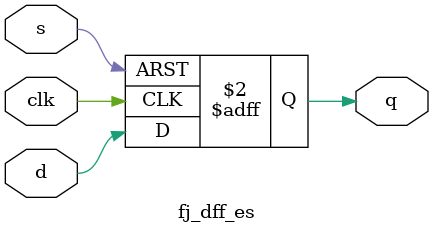
<source format=v>
module fj_dff_es(q, d, clk, s);
output q;
input  d, clk, s;
       reg q;
	always @(posedge clk or posedge s) begin
		if (s)
	           	q <= #1 1'b1;
		else
                   	q <= #1 d;
        end
endmodule
</source>
